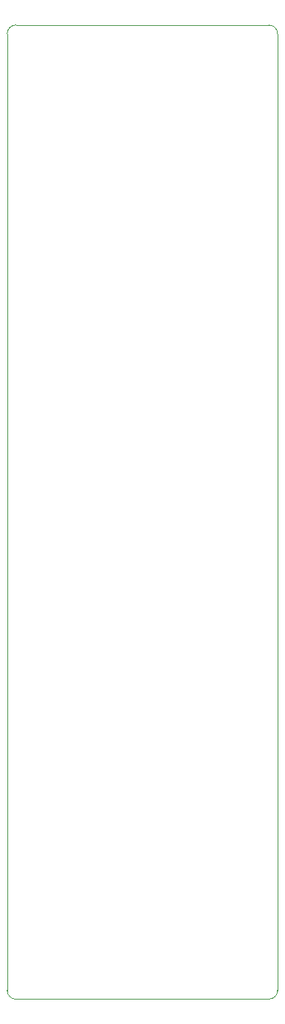
<source format=gbr>
G04 #@! TF.GenerationSoftware,KiCad,Pcbnew,7.0.8*
G04 #@! TF.CreationDate,2023-10-14T22:57:58-04:00*
G04 #@! TF.ProjectId,MicrocontrollerInputModule,4d696372-6f63-46f6-9e74-726f6c6c6572,V2*
G04 #@! TF.SameCoordinates,Original*
G04 #@! TF.FileFunction,Profile,NP*
%FSLAX46Y46*%
G04 Gerber Fmt 4.6, Leading zero omitted, Abs format (unit mm)*
G04 Created by KiCad (PCBNEW 7.0.8) date 2023-10-14 22:57:58*
%MOMM*%
%LPD*%
G01*
G04 APERTURE LIST*
G04 #@! TA.AperFunction,Profile*
%ADD10C,0.100000*%
G04 #@! TD*
G04 APERTURE END LIST*
D10*
X31607107Y-18050107D02*
G75*
G03*
X30607107Y-19050106I-7J-999993D01*
G01*
X61607104Y-128450106D02*
X61607107Y-19050108D01*
X31607107Y-129450103D02*
X60607105Y-129450106D01*
X30607097Y-128450104D02*
G75*
G03*
X31607107Y-129450103I1000003J4D01*
G01*
X60607107Y-18050109D02*
X31607107Y-18050106D01*
X61607091Y-19050108D02*
G75*
G03*
X60607107Y-18050109I-999991J8D01*
G01*
X30607107Y-19050106D02*
X30607107Y-128450104D01*
X60607105Y-129450104D02*
G75*
G03*
X61607104Y-128450106I-5J1000004D01*
G01*
M02*

</source>
